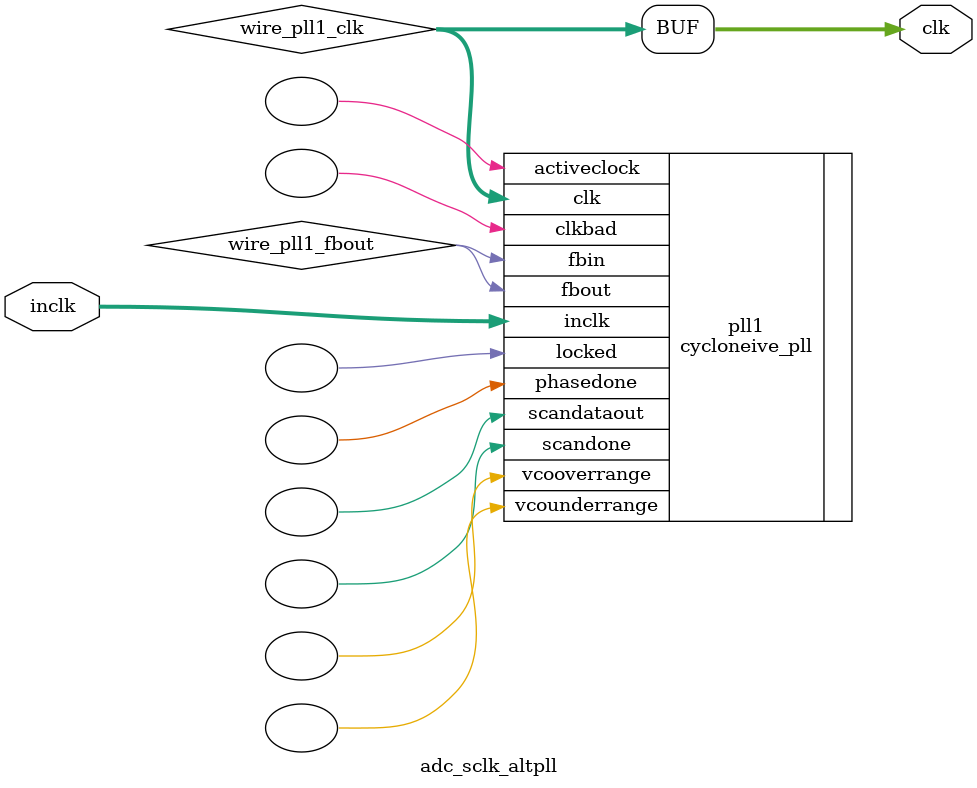
<source format=v>






//synthesis_resources = cycloneive_pll 1 
//synopsys translate_off
`timescale 1 ps / 1 ps
//synopsys translate_on
module  adc_sclk_altpll
	( 
	clk,
	inclk) /* synthesis synthesis_clearbox=1 */;
	output   [4:0]  clk;
	input   [1:0]  inclk;
`ifndef ALTERA_RESERVED_QIS
// synopsys translate_off
`endif
	tri0   [1:0]  inclk;
`ifndef ALTERA_RESERVED_QIS
// synopsys translate_on
`endif

	wire  [4:0]   wire_pll1_clk;
	wire  wire_pll1_fbout;

	cycloneive_pll   pll1
	( 
	.activeclock(),
	.clk(wire_pll1_clk),
	.clkbad(),
	.fbin(wire_pll1_fbout),
	.fbout(wire_pll1_fbout),
	.inclk(inclk),
	.locked(),
	.phasedone(),
	.scandataout(),
	.scandone(),
	.vcooverrange(),
	.vcounderrange()
	`ifndef FORMAL_VERIFICATION
	// synopsys translate_off
	`endif
	,
	.areset(1'b0),
	.clkswitch(1'b0),
	.configupdate(1'b0),
	.pfdena(1'b1),
	.phasecounterselect({3{1'b0}}),
	.phasestep(1'b0),
	.phaseupdown(1'b0),
	.scanclk(1'b0),
	.scanclkena(1'b1),
	.scandata(1'b0)
	`ifndef FORMAL_VERIFICATION
	// synopsys translate_on
	`endif
	);
	defparam
		pll1.bandwidth_type = "auto",
		pll1.clk0_divide_by = 125,
		pll1.clk0_duty_cycle = 50,
		pll1.clk0_multiply_by = 8,
		pll1.clk0_phase_shift = "0",
		pll1.clk1_divide_by = 125,
		pll1.clk1_duty_cycle = 50,
		pll1.clk1_multiply_by = 8,
		pll1.clk1_phase_shift = "156250",
		pll1.compensate_clock = "clk0",
		pll1.inclk0_input_frequency = 20000,
		pll1.operation_mode = "normal",
		pll1.pll_type = "auto",
		pll1.lpm_type = "cycloneive_pll";
	assign
		clk = {wire_pll1_clk[4:0]};
endmodule //adc_sclk_altpll
//VALID FILE

</source>
